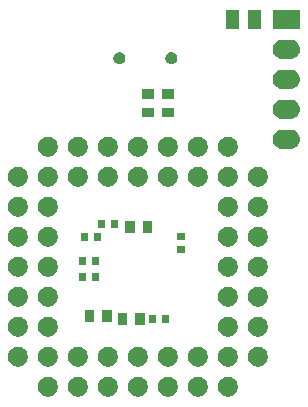
<source format=gbs>
G04 #@! TF.GenerationSoftware,KiCad,Pcbnew,(6.0.0-rc1-dev-1386-g1c99784e9)*
G04 #@! TF.CreationDate,2018-12-20T11:02:25-05:00
G04 #@! TF.ProjectId,TLAUX_Adapter_PSOC5,544c4155-585f-4416-9461-707465725f50,rev?*
G04 #@! TF.SameCoordinates,Original*
G04 #@! TF.FileFunction,Soldermask,Bot*
G04 #@! TF.FilePolarity,Negative*
%FSLAX46Y46*%
G04 Gerber Fmt 4.6, Leading zero omitted, Abs format (unit mm)*
G04 Created by KiCad (PCBNEW (6.0.0-rc1-dev-1386-g1c99784e9)) date 12/20/2018 11:02:25 AM*
%MOMM*%
%LPD*%
G04 APERTURE LIST*
%ADD10C,0.100000*%
G04 APERTURE END LIST*
D10*
G36*
X152590560Y-110943079D02*
G01*
X152644552Y-110953819D01*
X152797131Y-111017019D01*
X152934449Y-111108772D01*
X153051228Y-111225551D01*
X153142981Y-111362869D01*
X153206181Y-111515448D01*
X153238400Y-111677425D01*
X153238400Y-111842575D01*
X153206181Y-112004552D01*
X153142981Y-112157131D01*
X153051228Y-112294449D01*
X152934449Y-112411228D01*
X152797131Y-112502981D01*
X152644552Y-112566181D01*
X152590560Y-112576921D01*
X152482577Y-112598400D01*
X152317423Y-112598400D01*
X152209440Y-112576921D01*
X152155448Y-112566181D01*
X152002869Y-112502981D01*
X151865551Y-112411228D01*
X151748772Y-112294449D01*
X151657019Y-112157131D01*
X151593819Y-112004552D01*
X151561600Y-111842575D01*
X151561600Y-111677425D01*
X151593819Y-111515448D01*
X151657019Y-111362869D01*
X151748772Y-111225551D01*
X151865551Y-111108772D01*
X152002869Y-111017019D01*
X152155448Y-110953819D01*
X152209440Y-110943079D01*
X152317423Y-110921600D01*
X152482577Y-110921600D01*
X152590560Y-110943079D01*
X152590560Y-110943079D01*
G37*
G36*
X157670560Y-110943079D02*
G01*
X157724552Y-110953819D01*
X157877131Y-111017019D01*
X158014449Y-111108772D01*
X158131228Y-111225551D01*
X158222981Y-111362869D01*
X158286181Y-111515448D01*
X158318400Y-111677425D01*
X158318400Y-111842575D01*
X158286181Y-112004552D01*
X158222981Y-112157131D01*
X158131228Y-112294449D01*
X158014449Y-112411228D01*
X157877131Y-112502981D01*
X157724552Y-112566181D01*
X157670560Y-112576921D01*
X157562577Y-112598400D01*
X157397423Y-112598400D01*
X157289440Y-112576921D01*
X157235448Y-112566181D01*
X157082869Y-112502981D01*
X156945551Y-112411228D01*
X156828772Y-112294449D01*
X156737019Y-112157131D01*
X156673819Y-112004552D01*
X156641600Y-111842575D01*
X156641600Y-111677425D01*
X156673819Y-111515448D01*
X156737019Y-111362869D01*
X156828772Y-111225551D01*
X156945551Y-111108772D01*
X157082869Y-111017019D01*
X157235448Y-110953819D01*
X157289440Y-110943079D01*
X157397423Y-110921600D01*
X157562577Y-110921600D01*
X157670560Y-110943079D01*
X157670560Y-110943079D01*
G37*
G36*
X150050560Y-110943079D02*
G01*
X150104552Y-110953819D01*
X150257131Y-111017019D01*
X150394449Y-111108772D01*
X150511228Y-111225551D01*
X150602981Y-111362869D01*
X150666181Y-111515448D01*
X150698400Y-111677425D01*
X150698400Y-111842575D01*
X150666181Y-112004552D01*
X150602981Y-112157131D01*
X150511228Y-112294449D01*
X150394449Y-112411228D01*
X150257131Y-112502981D01*
X150104552Y-112566181D01*
X150050560Y-112576921D01*
X149942577Y-112598400D01*
X149777423Y-112598400D01*
X149669440Y-112576921D01*
X149615448Y-112566181D01*
X149462869Y-112502981D01*
X149325551Y-112411228D01*
X149208772Y-112294449D01*
X149117019Y-112157131D01*
X149053819Y-112004552D01*
X149021600Y-111842575D01*
X149021600Y-111677425D01*
X149053819Y-111515448D01*
X149117019Y-111362869D01*
X149208772Y-111225551D01*
X149325551Y-111108772D01*
X149462869Y-111017019D01*
X149615448Y-110953819D01*
X149669440Y-110943079D01*
X149777423Y-110921600D01*
X149942577Y-110921600D01*
X150050560Y-110943079D01*
X150050560Y-110943079D01*
G37*
G36*
X147510560Y-110943079D02*
G01*
X147564552Y-110953819D01*
X147717131Y-111017019D01*
X147854449Y-111108772D01*
X147971228Y-111225551D01*
X148062981Y-111362869D01*
X148126181Y-111515448D01*
X148158400Y-111677425D01*
X148158400Y-111842575D01*
X148126181Y-112004552D01*
X148062981Y-112157131D01*
X147971228Y-112294449D01*
X147854449Y-112411228D01*
X147717131Y-112502981D01*
X147564552Y-112566181D01*
X147510560Y-112576921D01*
X147402577Y-112598400D01*
X147237423Y-112598400D01*
X147129440Y-112576921D01*
X147075448Y-112566181D01*
X146922869Y-112502981D01*
X146785551Y-112411228D01*
X146668772Y-112294449D01*
X146577019Y-112157131D01*
X146513819Y-112004552D01*
X146481600Y-111842575D01*
X146481600Y-111677425D01*
X146513819Y-111515448D01*
X146577019Y-111362869D01*
X146668772Y-111225551D01*
X146785551Y-111108772D01*
X146922869Y-111017019D01*
X147075448Y-110953819D01*
X147129440Y-110943079D01*
X147237423Y-110921600D01*
X147402577Y-110921600D01*
X147510560Y-110943079D01*
X147510560Y-110943079D01*
G37*
G36*
X160210560Y-110943079D02*
G01*
X160264552Y-110953819D01*
X160417131Y-111017019D01*
X160554449Y-111108772D01*
X160671228Y-111225551D01*
X160762981Y-111362869D01*
X160826181Y-111515448D01*
X160858400Y-111677425D01*
X160858400Y-111842575D01*
X160826181Y-112004552D01*
X160762981Y-112157131D01*
X160671228Y-112294449D01*
X160554449Y-112411228D01*
X160417131Y-112502981D01*
X160264552Y-112566181D01*
X160210560Y-112576921D01*
X160102577Y-112598400D01*
X159937423Y-112598400D01*
X159829440Y-112576921D01*
X159775448Y-112566181D01*
X159622869Y-112502981D01*
X159485551Y-112411228D01*
X159368772Y-112294449D01*
X159277019Y-112157131D01*
X159213819Y-112004552D01*
X159181600Y-111842575D01*
X159181600Y-111677425D01*
X159213819Y-111515448D01*
X159277019Y-111362869D01*
X159368772Y-111225551D01*
X159485551Y-111108772D01*
X159622869Y-111017019D01*
X159775448Y-110953819D01*
X159829440Y-110943079D01*
X159937423Y-110921600D01*
X160102577Y-110921600D01*
X160210560Y-110943079D01*
X160210560Y-110943079D01*
G37*
G36*
X144970560Y-110943079D02*
G01*
X145024552Y-110953819D01*
X145177131Y-111017019D01*
X145314449Y-111108772D01*
X145431228Y-111225551D01*
X145522981Y-111362869D01*
X145586181Y-111515448D01*
X145618400Y-111677425D01*
X145618400Y-111842575D01*
X145586181Y-112004552D01*
X145522981Y-112157131D01*
X145431228Y-112294449D01*
X145314449Y-112411228D01*
X145177131Y-112502981D01*
X145024552Y-112566181D01*
X144970560Y-112576921D01*
X144862577Y-112598400D01*
X144697423Y-112598400D01*
X144589440Y-112576921D01*
X144535448Y-112566181D01*
X144382869Y-112502981D01*
X144245551Y-112411228D01*
X144128772Y-112294449D01*
X144037019Y-112157131D01*
X143973819Y-112004552D01*
X143941600Y-111842575D01*
X143941600Y-111677425D01*
X143973819Y-111515448D01*
X144037019Y-111362869D01*
X144128772Y-111225551D01*
X144245551Y-111108772D01*
X144382869Y-111017019D01*
X144535448Y-110953819D01*
X144589440Y-110943079D01*
X144697423Y-110921600D01*
X144862577Y-110921600D01*
X144970560Y-110943079D01*
X144970560Y-110943079D01*
G37*
G36*
X155130560Y-110943079D02*
G01*
X155184552Y-110953819D01*
X155337131Y-111017019D01*
X155474449Y-111108772D01*
X155591228Y-111225551D01*
X155682981Y-111362869D01*
X155746181Y-111515448D01*
X155778400Y-111677425D01*
X155778400Y-111842575D01*
X155746181Y-112004552D01*
X155682981Y-112157131D01*
X155591228Y-112294449D01*
X155474449Y-112411228D01*
X155337131Y-112502981D01*
X155184552Y-112566181D01*
X155130560Y-112576921D01*
X155022577Y-112598400D01*
X154857423Y-112598400D01*
X154749440Y-112576921D01*
X154695448Y-112566181D01*
X154542869Y-112502981D01*
X154405551Y-112411228D01*
X154288772Y-112294449D01*
X154197019Y-112157131D01*
X154133819Y-112004552D01*
X154101600Y-111842575D01*
X154101600Y-111677425D01*
X154133819Y-111515448D01*
X154197019Y-111362869D01*
X154288772Y-111225551D01*
X154405551Y-111108772D01*
X154542869Y-111017019D01*
X154695448Y-110953819D01*
X154749440Y-110943079D01*
X154857423Y-110921600D01*
X155022577Y-110921600D01*
X155130560Y-110943079D01*
X155130560Y-110943079D01*
G37*
G36*
X160210560Y-108403079D02*
G01*
X160264552Y-108413819D01*
X160417131Y-108477019D01*
X160554449Y-108568772D01*
X160671228Y-108685551D01*
X160762981Y-108822869D01*
X160826181Y-108975448D01*
X160858400Y-109137425D01*
X160858400Y-109302575D01*
X160826181Y-109464552D01*
X160762981Y-109617131D01*
X160671228Y-109754449D01*
X160554449Y-109871228D01*
X160417131Y-109962981D01*
X160264552Y-110026181D01*
X160210560Y-110036921D01*
X160102577Y-110058400D01*
X159937423Y-110058400D01*
X159829440Y-110036921D01*
X159775448Y-110026181D01*
X159622869Y-109962981D01*
X159485551Y-109871228D01*
X159368772Y-109754449D01*
X159277019Y-109617131D01*
X159213819Y-109464552D01*
X159181600Y-109302575D01*
X159181600Y-109137425D01*
X159213819Y-108975448D01*
X159277019Y-108822869D01*
X159368772Y-108685551D01*
X159485551Y-108568772D01*
X159622869Y-108477019D01*
X159775448Y-108413819D01*
X159829440Y-108403079D01*
X159937423Y-108381600D01*
X160102577Y-108381600D01*
X160210560Y-108403079D01*
X160210560Y-108403079D01*
G37*
G36*
X142430560Y-108403079D02*
G01*
X142484552Y-108413819D01*
X142637131Y-108477019D01*
X142774449Y-108568772D01*
X142891228Y-108685551D01*
X142982981Y-108822869D01*
X143046181Y-108975448D01*
X143078400Y-109137425D01*
X143078400Y-109302575D01*
X143046181Y-109464552D01*
X142982981Y-109617131D01*
X142891228Y-109754449D01*
X142774449Y-109871228D01*
X142637131Y-109962981D01*
X142484552Y-110026181D01*
X142430560Y-110036921D01*
X142322577Y-110058400D01*
X142157423Y-110058400D01*
X142049440Y-110036921D01*
X141995448Y-110026181D01*
X141842869Y-109962981D01*
X141705551Y-109871228D01*
X141588772Y-109754449D01*
X141497019Y-109617131D01*
X141433819Y-109464552D01*
X141401600Y-109302575D01*
X141401600Y-109137425D01*
X141433819Y-108975448D01*
X141497019Y-108822869D01*
X141588772Y-108685551D01*
X141705551Y-108568772D01*
X141842869Y-108477019D01*
X141995448Y-108413819D01*
X142049440Y-108403079D01*
X142157423Y-108381600D01*
X142322577Y-108381600D01*
X142430560Y-108403079D01*
X142430560Y-108403079D01*
G37*
G36*
X144970560Y-108403079D02*
G01*
X145024552Y-108413819D01*
X145177131Y-108477019D01*
X145314449Y-108568772D01*
X145431228Y-108685551D01*
X145522981Y-108822869D01*
X145586181Y-108975448D01*
X145618400Y-109137425D01*
X145618400Y-109302575D01*
X145586181Y-109464552D01*
X145522981Y-109617131D01*
X145431228Y-109754449D01*
X145314449Y-109871228D01*
X145177131Y-109962981D01*
X145024552Y-110026181D01*
X144970560Y-110036921D01*
X144862577Y-110058400D01*
X144697423Y-110058400D01*
X144589440Y-110036921D01*
X144535448Y-110026181D01*
X144382869Y-109962981D01*
X144245551Y-109871228D01*
X144128772Y-109754449D01*
X144037019Y-109617131D01*
X143973819Y-109464552D01*
X143941600Y-109302575D01*
X143941600Y-109137425D01*
X143973819Y-108975448D01*
X144037019Y-108822869D01*
X144128772Y-108685551D01*
X144245551Y-108568772D01*
X144382869Y-108477019D01*
X144535448Y-108413819D01*
X144589440Y-108403079D01*
X144697423Y-108381600D01*
X144862577Y-108381600D01*
X144970560Y-108403079D01*
X144970560Y-108403079D01*
G37*
G36*
X147510560Y-108403079D02*
G01*
X147564552Y-108413819D01*
X147717131Y-108477019D01*
X147854449Y-108568772D01*
X147971228Y-108685551D01*
X148062981Y-108822869D01*
X148126181Y-108975448D01*
X148158400Y-109137425D01*
X148158400Y-109302575D01*
X148126181Y-109464552D01*
X148062981Y-109617131D01*
X147971228Y-109754449D01*
X147854449Y-109871228D01*
X147717131Y-109962981D01*
X147564552Y-110026181D01*
X147510560Y-110036921D01*
X147402577Y-110058400D01*
X147237423Y-110058400D01*
X147129440Y-110036921D01*
X147075448Y-110026181D01*
X146922869Y-109962981D01*
X146785551Y-109871228D01*
X146668772Y-109754449D01*
X146577019Y-109617131D01*
X146513819Y-109464552D01*
X146481600Y-109302575D01*
X146481600Y-109137425D01*
X146513819Y-108975448D01*
X146577019Y-108822869D01*
X146668772Y-108685551D01*
X146785551Y-108568772D01*
X146922869Y-108477019D01*
X147075448Y-108413819D01*
X147129440Y-108403079D01*
X147237423Y-108381600D01*
X147402577Y-108381600D01*
X147510560Y-108403079D01*
X147510560Y-108403079D01*
G37*
G36*
X150050560Y-108403079D02*
G01*
X150104552Y-108413819D01*
X150257131Y-108477019D01*
X150394449Y-108568772D01*
X150511228Y-108685551D01*
X150602981Y-108822869D01*
X150666181Y-108975448D01*
X150698400Y-109137425D01*
X150698400Y-109302575D01*
X150666181Y-109464552D01*
X150602981Y-109617131D01*
X150511228Y-109754449D01*
X150394449Y-109871228D01*
X150257131Y-109962981D01*
X150104552Y-110026181D01*
X150050560Y-110036921D01*
X149942577Y-110058400D01*
X149777423Y-110058400D01*
X149669440Y-110036921D01*
X149615448Y-110026181D01*
X149462869Y-109962981D01*
X149325551Y-109871228D01*
X149208772Y-109754449D01*
X149117019Y-109617131D01*
X149053819Y-109464552D01*
X149021600Y-109302575D01*
X149021600Y-109137425D01*
X149053819Y-108975448D01*
X149117019Y-108822869D01*
X149208772Y-108685551D01*
X149325551Y-108568772D01*
X149462869Y-108477019D01*
X149615448Y-108413819D01*
X149669440Y-108403079D01*
X149777423Y-108381600D01*
X149942577Y-108381600D01*
X150050560Y-108403079D01*
X150050560Y-108403079D01*
G37*
G36*
X162750560Y-108403079D02*
G01*
X162804552Y-108413819D01*
X162957131Y-108477019D01*
X163094449Y-108568772D01*
X163211228Y-108685551D01*
X163302981Y-108822869D01*
X163366181Y-108975448D01*
X163398400Y-109137425D01*
X163398400Y-109302575D01*
X163366181Y-109464552D01*
X163302981Y-109617131D01*
X163211228Y-109754449D01*
X163094449Y-109871228D01*
X162957131Y-109962981D01*
X162804552Y-110026181D01*
X162750560Y-110036921D01*
X162642577Y-110058400D01*
X162477423Y-110058400D01*
X162369440Y-110036921D01*
X162315448Y-110026181D01*
X162162869Y-109962981D01*
X162025551Y-109871228D01*
X161908772Y-109754449D01*
X161817019Y-109617131D01*
X161753819Y-109464552D01*
X161721600Y-109302575D01*
X161721600Y-109137425D01*
X161753819Y-108975448D01*
X161817019Y-108822869D01*
X161908772Y-108685551D01*
X162025551Y-108568772D01*
X162162869Y-108477019D01*
X162315448Y-108413819D01*
X162369440Y-108403079D01*
X162477423Y-108381600D01*
X162642577Y-108381600D01*
X162750560Y-108403079D01*
X162750560Y-108403079D01*
G37*
G36*
X157670560Y-108403079D02*
G01*
X157724552Y-108413819D01*
X157877131Y-108477019D01*
X158014449Y-108568772D01*
X158131228Y-108685551D01*
X158222981Y-108822869D01*
X158286181Y-108975448D01*
X158318400Y-109137425D01*
X158318400Y-109302575D01*
X158286181Y-109464552D01*
X158222981Y-109617131D01*
X158131228Y-109754449D01*
X158014449Y-109871228D01*
X157877131Y-109962981D01*
X157724552Y-110026181D01*
X157670560Y-110036921D01*
X157562577Y-110058400D01*
X157397423Y-110058400D01*
X157289440Y-110036921D01*
X157235448Y-110026181D01*
X157082869Y-109962981D01*
X156945551Y-109871228D01*
X156828772Y-109754449D01*
X156737019Y-109617131D01*
X156673819Y-109464552D01*
X156641600Y-109302575D01*
X156641600Y-109137425D01*
X156673819Y-108975448D01*
X156737019Y-108822869D01*
X156828772Y-108685551D01*
X156945551Y-108568772D01*
X157082869Y-108477019D01*
X157235448Y-108413819D01*
X157289440Y-108403079D01*
X157397423Y-108381600D01*
X157562577Y-108381600D01*
X157670560Y-108403079D01*
X157670560Y-108403079D01*
G37*
G36*
X155130560Y-108403079D02*
G01*
X155184552Y-108413819D01*
X155337131Y-108477019D01*
X155474449Y-108568772D01*
X155591228Y-108685551D01*
X155682981Y-108822869D01*
X155746181Y-108975448D01*
X155778400Y-109137425D01*
X155778400Y-109302575D01*
X155746181Y-109464552D01*
X155682981Y-109617131D01*
X155591228Y-109754449D01*
X155474449Y-109871228D01*
X155337131Y-109962981D01*
X155184552Y-110026181D01*
X155130560Y-110036921D01*
X155022577Y-110058400D01*
X154857423Y-110058400D01*
X154749440Y-110036921D01*
X154695448Y-110026181D01*
X154542869Y-109962981D01*
X154405551Y-109871228D01*
X154288772Y-109754449D01*
X154197019Y-109617131D01*
X154133819Y-109464552D01*
X154101600Y-109302575D01*
X154101600Y-109137425D01*
X154133819Y-108975448D01*
X154197019Y-108822869D01*
X154288772Y-108685551D01*
X154405551Y-108568772D01*
X154542869Y-108477019D01*
X154695448Y-108413819D01*
X154749440Y-108403079D01*
X154857423Y-108381600D01*
X155022577Y-108381600D01*
X155130560Y-108403079D01*
X155130560Y-108403079D01*
G37*
G36*
X152590560Y-108403079D02*
G01*
X152644552Y-108413819D01*
X152797131Y-108477019D01*
X152934449Y-108568772D01*
X153051228Y-108685551D01*
X153142981Y-108822869D01*
X153206181Y-108975448D01*
X153238400Y-109137425D01*
X153238400Y-109302575D01*
X153206181Y-109464552D01*
X153142981Y-109617131D01*
X153051228Y-109754449D01*
X152934449Y-109871228D01*
X152797131Y-109962981D01*
X152644552Y-110026181D01*
X152590560Y-110036921D01*
X152482577Y-110058400D01*
X152317423Y-110058400D01*
X152209440Y-110036921D01*
X152155448Y-110026181D01*
X152002869Y-109962981D01*
X151865551Y-109871228D01*
X151748772Y-109754449D01*
X151657019Y-109617131D01*
X151593819Y-109464552D01*
X151561600Y-109302575D01*
X151561600Y-109137425D01*
X151593819Y-108975448D01*
X151657019Y-108822869D01*
X151748772Y-108685551D01*
X151865551Y-108568772D01*
X152002869Y-108477019D01*
X152155448Y-108413819D01*
X152209440Y-108403079D01*
X152317423Y-108381600D01*
X152482577Y-108381600D01*
X152590560Y-108403079D01*
X152590560Y-108403079D01*
G37*
G36*
X144970560Y-105863079D02*
G01*
X145024552Y-105873819D01*
X145177131Y-105937019D01*
X145314449Y-106028772D01*
X145431228Y-106145551D01*
X145522981Y-106282869D01*
X145586181Y-106435448D01*
X145618400Y-106597425D01*
X145618400Y-106762575D01*
X145586181Y-106924552D01*
X145522981Y-107077131D01*
X145431228Y-107214449D01*
X145314449Y-107331228D01*
X145177131Y-107422981D01*
X145024552Y-107486181D01*
X144970560Y-107496921D01*
X144862577Y-107518400D01*
X144697423Y-107518400D01*
X144589440Y-107496921D01*
X144535448Y-107486181D01*
X144382869Y-107422981D01*
X144245551Y-107331228D01*
X144128772Y-107214449D01*
X144037019Y-107077131D01*
X143973819Y-106924552D01*
X143941600Y-106762575D01*
X143941600Y-106597425D01*
X143973819Y-106435448D01*
X144037019Y-106282869D01*
X144128772Y-106145551D01*
X144245551Y-106028772D01*
X144382869Y-105937019D01*
X144535448Y-105873819D01*
X144589440Y-105863079D01*
X144697423Y-105841600D01*
X144862577Y-105841600D01*
X144970560Y-105863079D01*
X144970560Y-105863079D01*
G37*
G36*
X162750560Y-105863079D02*
G01*
X162804552Y-105873819D01*
X162957131Y-105937019D01*
X163094449Y-106028772D01*
X163211228Y-106145551D01*
X163302981Y-106282869D01*
X163366181Y-106435448D01*
X163398400Y-106597425D01*
X163398400Y-106762575D01*
X163366181Y-106924552D01*
X163302981Y-107077131D01*
X163211228Y-107214449D01*
X163094449Y-107331228D01*
X162957131Y-107422981D01*
X162804552Y-107486181D01*
X162750560Y-107496921D01*
X162642577Y-107518400D01*
X162477423Y-107518400D01*
X162369440Y-107496921D01*
X162315448Y-107486181D01*
X162162869Y-107422981D01*
X162025551Y-107331228D01*
X161908772Y-107214449D01*
X161817019Y-107077131D01*
X161753819Y-106924552D01*
X161721600Y-106762575D01*
X161721600Y-106597425D01*
X161753819Y-106435448D01*
X161817019Y-106282869D01*
X161908772Y-106145551D01*
X162025551Y-106028772D01*
X162162869Y-105937019D01*
X162315448Y-105873819D01*
X162369440Y-105863079D01*
X162477423Y-105841600D01*
X162642577Y-105841600D01*
X162750560Y-105863079D01*
X162750560Y-105863079D01*
G37*
G36*
X160210560Y-105863079D02*
G01*
X160264552Y-105873819D01*
X160417131Y-105937019D01*
X160554449Y-106028772D01*
X160671228Y-106145551D01*
X160762981Y-106282869D01*
X160826181Y-106435448D01*
X160858400Y-106597425D01*
X160858400Y-106762575D01*
X160826181Y-106924552D01*
X160762981Y-107077131D01*
X160671228Y-107214449D01*
X160554449Y-107331228D01*
X160417131Y-107422981D01*
X160264552Y-107486181D01*
X160210560Y-107496921D01*
X160102577Y-107518400D01*
X159937423Y-107518400D01*
X159829440Y-107496921D01*
X159775448Y-107486181D01*
X159622869Y-107422981D01*
X159485551Y-107331228D01*
X159368772Y-107214449D01*
X159277019Y-107077131D01*
X159213819Y-106924552D01*
X159181600Y-106762575D01*
X159181600Y-106597425D01*
X159213819Y-106435448D01*
X159277019Y-106282869D01*
X159368772Y-106145551D01*
X159485551Y-106028772D01*
X159622869Y-105937019D01*
X159775448Y-105873819D01*
X159829440Y-105863079D01*
X159937423Y-105841600D01*
X160102577Y-105841600D01*
X160210560Y-105863079D01*
X160210560Y-105863079D01*
G37*
G36*
X142430560Y-105863079D02*
G01*
X142484552Y-105873819D01*
X142637131Y-105937019D01*
X142774449Y-106028772D01*
X142891228Y-106145551D01*
X142982981Y-106282869D01*
X143046181Y-106435448D01*
X143078400Y-106597425D01*
X143078400Y-106762575D01*
X143046181Y-106924552D01*
X142982981Y-107077131D01*
X142891228Y-107214449D01*
X142774449Y-107331228D01*
X142637131Y-107422981D01*
X142484552Y-107486181D01*
X142430560Y-107496921D01*
X142322577Y-107518400D01*
X142157423Y-107518400D01*
X142049440Y-107496921D01*
X141995448Y-107486181D01*
X141842869Y-107422981D01*
X141705551Y-107331228D01*
X141588772Y-107214449D01*
X141497019Y-107077131D01*
X141433819Y-106924552D01*
X141401600Y-106762575D01*
X141401600Y-106597425D01*
X141433819Y-106435448D01*
X141497019Y-106282869D01*
X141588772Y-106145551D01*
X141705551Y-106028772D01*
X141842869Y-105937019D01*
X141995448Y-105873819D01*
X142049440Y-105863079D01*
X142157423Y-105841600D01*
X142322577Y-105841600D01*
X142430560Y-105863079D01*
X142430560Y-105863079D01*
G37*
G36*
X151492200Y-106520600D02*
G01*
X150690200Y-106520600D01*
X150690200Y-105518600D01*
X151492200Y-105518600D01*
X151492200Y-106520600D01*
X151492200Y-106520600D01*
G37*
G36*
X152992200Y-106520600D02*
G01*
X152190200Y-106520600D01*
X152190200Y-105518600D01*
X152992200Y-105518600D01*
X152992200Y-106520600D01*
X152992200Y-106520600D01*
G37*
G36*
X155054400Y-106396000D02*
G01*
X154452400Y-106396000D01*
X154452400Y-105694000D01*
X155054400Y-105694000D01*
X155054400Y-106396000D01*
X155054400Y-106396000D01*
G37*
G36*
X153954400Y-106396000D02*
G01*
X153352400Y-106396000D01*
X153352400Y-105694000D01*
X153954400Y-105694000D01*
X153954400Y-106396000D01*
X153954400Y-106396000D01*
G37*
G36*
X150198200Y-106266600D02*
G01*
X149396200Y-106266600D01*
X149396200Y-105264600D01*
X150198200Y-105264600D01*
X150198200Y-106266600D01*
X150198200Y-106266600D01*
G37*
G36*
X148698200Y-106266600D02*
G01*
X147896200Y-106266600D01*
X147896200Y-105264600D01*
X148698200Y-105264600D01*
X148698200Y-106266600D01*
X148698200Y-106266600D01*
G37*
G36*
X142430560Y-103323079D02*
G01*
X142484552Y-103333819D01*
X142637131Y-103397019D01*
X142774449Y-103488772D01*
X142891228Y-103605551D01*
X142982981Y-103742869D01*
X143046181Y-103895448D01*
X143078400Y-104057425D01*
X143078400Y-104222575D01*
X143046181Y-104384552D01*
X142982981Y-104537131D01*
X142891228Y-104674449D01*
X142774449Y-104791228D01*
X142637131Y-104882981D01*
X142484552Y-104946181D01*
X142430560Y-104956921D01*
X142322577Y-104978400D01*
X142157423Y-104978400D01*
X142049440Y-104956921D01*
X141995448Y-104946181D01*
X141842869Y-104882981D01*
X141705551Y-104791228D01*
X141588772Y-104674449D01*
X141497019Y-104537131D01*
X141433819Y-104384552D01*
X141401600Y-104222575D01*
X141401600Y-104057425D01*
X141433819Y-103895448D01*
X141497019Y-103742869D01*
X141588772Y-103605551D01*
X141705551Y-103488772D01*
X141842869Y-103397019D01*
X141995448Y-103333819D01*
X142049440Y-103323079D01*
X142157423Y-103301600D01*
X142322577Y-103301600D01*
X142430560Y-103323079D01*
X142430560Y-103323079D01*
G37*
G36*
X160210560Y-103323079D02*
G01*
X160264552Y-103333819D01*
X160417131Y-103397019D01*
X160554449Y-103488772D01*
X160671228Y-103605551D01*
X160762981Y-103742869D01*
X160826181Y-103895448D01*
X160858400Y-104057425D01*
X160858400Y-104222575D01*
X160826181Y-104384552D01*
X160762981Y-104537131D01*
X160671228Y-104674449D01*
X160554449Y-104791228D01*
X160417131Y-104882981D01*
X160264552Y-104946181D01*
X160210560Y-104956921D01*
X160102577Y-104978400D01*
X159937423Y-104978400D01*
X159829440Y-104956921D01*
X159775448Y-104946181D01*
X159622869Y-104882981D01*
X159485551Y-104791228D01*
X159368772Y-104674449D01*
X159277019Y-104537131D01*
X159213819Y-104384552D01*
X159181600Y-104222575D01*
X159181600Y-104057425D01*
X159213819Y-103895448D01*
X159277019Y-103742869D01*
X159368772Y-103605551D01*
X159485551Y-103488772D01*
X159622869Y-103397019D01*
X159775448Y-103333819D01*
X159829440Y-103323079D01*
X159937423Y-103301600D01*
X160102577Y-103301600D01*
X160210560Y-103323079D01*
X160210560Y-103323079D01*
G37*
G36*
X162750560Y-103323079D02*
G01*
X162804552Y-103333819D01*
X162957131Y-103397019D01*
X163094449Y-103488772D01*
X163211228Y-103605551D01*
X163302981Y-103742869D01*
X163366181Y-103895448D01*
X163398400Y-104057425D01*
X163398400Y-104222575D01*
X163366181Y-104384552D01*
X163302981Y-104537131D01*
X163211228Y-104674449D01*
X163094449Y-104791228D01*
X162957131Y-104882981D01*
X162804552Y-104946181D01*
X162750560Y-104956921D01*
X162642577Y-104978400D01*
X162477423Y-104978400D01*
X162369440Y-104956921D01*
X162315448Y-104946181D01*
X162162869Y-104882981D01*
X162025551Y-104791228D01*
X161908772Y-104674449D01*
X161817019Y-104537131D01*
X161753819Y-104384552D01*
X161721600Y-104222575D01*
X161721600Y-104057425D01*
X161753819Y-103895448D01*
X161817019Y-103742869D01*
X161908772Y-103605551D01*
X162025551Y-103488772D01*
X162162869Y-103397019D01*
X162315448Y-103333819D01*
X162369440Y-103323079D01*
X162477423Y-103301600D01*
X162642577Y-103301600D01*
X162750560Y-103323079D01*
X162750560Y-103323079D01*
G37*
G36*
X144970560Y-103323079D02*
G01*
X145024552Y-103333819D01*
X145177131Y-103397019D01*
X145314449Y-103488772D01*
X145431228Y-103605551D01*
X145522981Y-103742869D01*
X145586181Y-103895448D01*
X145618400Y-104057425D01*
X145618400Y-104222575D01*
X145586181Y-104384552D01*
X145522981Y-104537131D01*
X145431228Y-104674449D01*
X145314449Y-104791228D01*
X145177131Y-104882981D01*
X145024552Y-104946181D01*
X144970560Y-104956921D01*
X144862577Y-104978400D01*
X144697423Y-104978400D01*
X144589440Y-104956921D01*
X144535448Y-104946181D01*
X144382869Y-104882981D01*
X144245551Y-104791228D01*
X144128772Y-104674449D01*
X144037019Y-104537131D01*
X143973819Y-104384552D01*
X143941600Y-104222575D01*
X143941600Y-104057425D01*
X143973819Y-103895448D01*
X144037019Y-103742869D01*
X144128772Y-103605551D01*
X144245551Y-103488772D01*
X144382869Y-103397019D01*
X144535448Y-103333819D01*
X144589440Y-103323079D01*
X144697423Y-103301600D01*
X144862577Y-103301600D01*
X144970560Y-103323079D01*
X144970560Y-103323079D01*
G37*
G36*
X149145000Y-102840000D02*
G01*
X148543000Y-102840000D01*
X148543000Y-102138000D01*
X149145000Y-102138000D01*
X149145000Y-102840000D01*
X149145000Y-102840000D01*
G37*
G36*
X148045000Y-102840000D02*
G01*
X147443000Y-102840000D01*
X147443000Y-102138000D01*
X148045000Y-102138000D01*
X148045000Y-102840000D01*
X148045000Y-102840000D01*
G37*
G36*
X162750560Y-100783079D02*
G01*
X162804552Y-100793819D01*
X162957131Y-100857019D01*
X163094449Y-100948772D01*
X163211228Y-101065551D01*
X163302981Y-101202869D01*
X163366181Y-101355448D01*
X163398400Y-101517425D01*
X163398400Y-101682575D01*
X163366181Y-101844552D01*
X163302981Y-101997131D01*
X163211228Y-102134449D01*
X163094449Y-102251228D01*
X162957131Y-102342981D01*
X162804552Y-102406181D01*
X162750560Y-102416921D01*
X162642577Y-102438400D01*
X162477423Y-102438400D01*
X162369440Y-102416921D01*
X162315448Y-102406181D01*
X162162869Y-102342981D01*
X162025551Y-102251228D01*
X161908772Y-102134449D01*
X161817019Y-101997131D01*
X161753819Y-101844552D01*
X161721600Y-101682575D01*
X161721600Y-101517425D01*
X161753819Y-101355448D01*
X161817019Y-101202869D01*
X161908772Y-101065551D01*
X162025551Y-100948772D01*
X162162869Y-100857019D01*
X162315448Y-100793819D01*
X162369440Y-100783079D01*
X162477423Y-100761600D01*
X162642577Y-100761600D01*
X162750560Y-100783079D01*
X162750560Y-100783079D01*
G37*
G36*
X144970560Y-100783079D02*
G01*
X145024552Y-100793819D01*
X145177131Y-100857019D01*
X145314449Y-100948772D01*
X145431228Y-101065551D01*
X145522981Y-101202869D01*
X145586181Y-101355448D01*
X145618400Y-101517425D01*
X145618400Y-101682575D01*
X145586181Y-101844552D01*
X145522981Y-101997131D01*
X145431228Y-102134449D01*
X145314449Y-102251228D01*
X145177131Y-102342981D01*
X145024552Y-102406181D01*
X144970560Y-102416921D01*
X144862577Y-102438400D01*
X144697423Y-102438400D01*
X144589440Y-102416921D01*
X144535448Y-102406181D01*
X144382869Y-102342981D01*
X144245551Y-102251228D01*
X144128772Y-102134449D01*
X144037019Y-101997131D01*
X143973819Y-101844552D01*
X143941600Y-101682575D01*
X143941600Y-101517425D01*
X143973819Y-101355448D01*
X144037019Y-101202869D01*
X144128772Y-101065551D01*
X144245551Y-100948772D01*
X144382869Y-100857019D01*
X144535448Y-100793819D01*
X144589440Y-100783079D01*
X144697423Y-100761600D01*
X144862577Y-100761600D01*
X144970560Y-100783079D01*
X144970560Y-100783079D01*
G37*
G36*
X142430560Y-100783079D02*
G01*
X142484552Y-100793819D01*
X142637131Y-100857019D01*
X142774449Y-100948772D01*
X142891228Y-101065551D01*
X142982981Y-101202869D01*
X143046181Y-101355448D01*
X143078400Y-101517425D01*
X143078400Y-101682575D01*
X143046181Y-101844552D01*
X142982981Y-101997131D01*
X142891228Y-102134449D01*
X142774449Y-102251228D01*
X142637131Y-102342981D01*
X142484552Y-102406181D01*
X142430560Y-102416921D01*
X142322577Y-102438400D01*
X142157423Y-102438400D01*
X142049440Y-102416921D01*
X141995448Y-102406181D01*
X141842869Y-102342981D01*
X141705551Y-102251228D01*
X141588772Y-102134449D01*
X141497019Y-101997131D01*
X141433819Y-101844552D01*
X141401600Y-101682575D01*
X141401600Y-101517425D01*
X141433819Y-101355448D01*
X141497019Y-101202869D01*
X141588772Y-101065551D01*
X141705551Y-100948772D01*
X141842869Y-100857019D01*
X141995448Y-100793819D01*
X142049440Y-100783079D01*
X142157423Y-100761600D01*
X142322577Y-100761600D01*
X142430560Y-100783079D01*
X142430560Y-100783079D01*
G37*
G36*
X160210560Y-100783079D02*
G01*
X160264552Y-100793819D01*
X160417131Y-100857019D01*
X160554449Y-100948772D01*
X160671228Y-101065551D01*
X160762981Y-101202869D01*
X160826181Y-101355448D01*
X160858400Y-101517425D01*
X160858400Y-101682575D01*
X160826181Y-101844552D01*
X160762981Y-101997131D01*
X160671228Y-102134449D01*
X160554449Y-102251228D01*
X160417131Y-102342981D01*
X160264552Y-102406181D01*
X160210560Y-102416921D01*
X160102577Y-102438400D01*
X159937423Y-102438400D01*
X159829440Y-102416921D01*
X159775448Y-102406181D01*
X159622869Y-102342981D01*
X159485551Y-102251228D01*
X159368772Y-102134449D01*
X159277019Y-101997131D01*
X159213819Y-101844552D01*
X159181600Y-101682575D01*
X159181600Y-101517425D01*
X159213819Y-101355448D01*
X159277019Y-101202869D01*
X159368772Y-101065551D01*
X159485551Y-100948772D01*
X159622869Y-100857019D01*
X159775448Y-100793819D01*
X159829440Y-100783079D01*
X159937423Y-100761600D01*
X160102577Y-100761600D01*
X160210560Y-100783079D01*
X160210560Y-100783079D01*
G37*
G36*
X149145000Y-101443000D02*
G01*
X148543000Y-101443000D01*
X148543000Y-100741000D01*
X149145000Y-100741000D01*
X149145000Y-101443000D01*
X149145000Y-101443000D01*
G37*
G36*
X148045000Y-101443000D02*
G01*
X147443000Y-101443000D01*
X147443000Y-100741000D01*
X148045000Y-100741000D01*
X148045000Y-101443000D01*
X148045000Y-101443000D01*
G37*
G36*
X156434000Y-100461000D02*
G01*
X155732000Y-100461000D01*
X155732000Y-99859000D01*
X156434000Y-99859000D01*
X156434000Y-100461000D01*
X156434000Y-100461000D01*
G37*
G36*
X162750560Y-98243079D02*
G01*
X162804552Y-98253819D01*
X162957131Y-98317019D01*
X163094449Y-98408772D01*
X163211228Y-98525551D01*
X163302981Y-98662869D01*
X163366181Y-98815448D01*
X163398400Y-98977425D01*
X163398400Y-99142575D01*
X163366181Y-99304552D01*
X163302981Y-99457131D01*
X163211228Y-99594449D01*
X163094449Y-99711228D01*
X162957131Y-99802981D01*
X162804552Y-99866181D01*
X162750560Y-99876921D01*
X162642577Y-99898400D01*
X162477423Y-99898400D01*
X162369440Y-99876921D01*
X162315448Y-99866181D01*
X162162869Y-99802981D01*
X162025551Y-99711228D01*
X161908772Y-99594449D01*
X161817019Y-99457131D01*
X161753819Y-99304552D01*
X161721600Y-99142575D01*
X161721600Y-98977425D01*
X161753819Y-98815448D01*
X161817019Y-98662869D01*
X161908772Y-98525551D01*
X162025551Y-98408772D01*
X162162869Y-98317019D01*
X162315448Y-98253819D01*
X162369440Y-98243079D01*
X162477423Y-98221600D01*
X162642577Y-98221600D01*
X162750560Y-98243079D01*
X162750560Y-98243079D01*
G37*
G36*
X160210560Y-98243079D02*
G01*
X160264552Y-98253819D01*
X160417131Y-98317019D01*
X160554449Y-98408772D01*
X160671228Y-98525551D01*
X160762981Y-98662869D01*
X160826181Y-98815448D01*
X160858400Y-98977425D01*
X160858400Y-99142575D01*
X160826181Y-99304552D01*
X160762981Y-99457131D01*
X160671228Y-99594449D01*
X160554449Y-99711228D01*
X160417131Y-99802981D01*
X160264552Y-99866181D01*
X160210560Y-99876921D01*
X160102577Y-99898400D01*
X159937423Y-99898400D01*
X159829440Y-99876921D01*
X159775448Y-99866181D01*
X159622869Y-99802981D01*
X159485551Y-99711228D01*
X159368772Y-99594449D01*
X159277019Y-99457131D01*
X159213819Y-99304552D01*
X159181600Y-99142575D01*
X159181600Y-98977425D01*
X159213819Y-98815448D01*
X159277019Y-98662869D01*
X159368772Y-98525551D01*
X159485551Y-98408772D01*
X159622869Y-98317019D01*
X159775448Y-98253819D01*
X159829440Y-98243079D01*
X159937423Y-98221600D01*
X160102577Y-98221600D01*
X160210560Y-98243079D01*
X160210560Y-98243079D01*
G37*
G36*
X144970560Y-98243079D02*
G01*
X145024552Y-98253819D01*
X145177131Y-98317019D01*
X145314449Y-98408772D01*
X145431228Y-98525551D01*
X145522981Y-98662869D01*
X145586181Y-98815448D01*
X145618400Y-98977425D01*
X145618400Y-99142575D01*
X145586181Y-99304552D01*
X145522981Y-99457131D01*
X145431228Y-99594449D01*
X145314449Y-99711228D01*
X145177131Y-99802981D01*
X145024552Y-99866181D01*
X144970560Y-99876921D01*
X144862577Y-99898400D01*
X144697423Y-99898400D01*
X144589440Y-99876921D01*
X144535448Y-99866181D01*
X144382869Y-99802981D01*
X144245551Y-99711228D01*
X144128772Y-99594449D01*
X144037019Y-99457131D01*
X143973819Y-99304552D01*
X143941600Y-99142575D01*
X143941600Y-98977425D01*
X143973819Y-98815448D01*
X144037019Y-98662869D01*
X144128772Y-98525551D01*
X144245551Y-98408772D01*
X144382869Y-98317019D01*
X144535448Y-98253819D01*
X144589440Y-98243079D01*
X144697423Y-98221600D01*
X144862577Y-98221600D01*
X144970560Y-98243079D01*
X144970560Y-98243079D01*
G37*
G36*
X142430560Y-98243079D02*
G01*
X142484552Y-98253819D01*
X142637131Y-98317019D01*
X142774449Y-98408772D01*
X142891228Y-98525551D01*
X142982981Y-98662869D01*
X143046181Y-98815448D01*
X143078400Y-98977425D01*
X143078400Y-99142575D01*
X143046181Y-99304552D01*
X142982981Y-99457131D01*
X142891228Y-99594449D01*
X142774449Y-99711228D01*
X142637131Y-99802981D01*
X142484552Y-99866181D01*
X142430560Y-99876921D01*
X142322577Y-99898400D01*
X142157423Y-99898400D01*
X142049440Y-99876921D01*
X141995448Y-99866181D01*
X141842869Y-99802981D01*
X141705551Y-99711228D01*
X141588772Y-99594449D01*
X141497019Y-99457131D01*
X141433819Y-99304552D01*
X141401600Y-99142575D01*
X141401600Y-98977425D01*
X141433819Y-98815448D01*
X141497019Y-98662869D01*
X141588772Y-98525551D01*
X141705551Y-98408772D01*
X141842869Y-98317019D01*
X141995448Y-98253819D01*
X142049440Y-98243079D01*
X142157423Y-98221600D01*
X142322577Y-98221600D01*
X142430560Y-98243079D01*
X142430560Y-98243079D01*
G37*
G36*
X149272000Y-99411000D02*
G01*
X148670000Y-99411000D01*
X148670000Y-98709000D01*
X149272000Y-98709000D01*
X149272000Y-99411000D01*
X149272000Y-99411000D01*
G37*
G36*
X148172000Y-99411000D02*
G01*
X147570000Y-99411000D01*
X147570000Y-98709000D01*
X148172000Y-98709000D01*
X148172000Y-99411000D01*
X148172000Y-99411000D01*
G37*
G36*
X156434000Y-99361000D02*
G01*
X155732000Y-99361000D01*
X155732000Y-98759000D01*
X156434000Y-98759000D01*
X156434000Y-99361000D01*
X156434000Y-99361000D01*
G37*
G36*
X153639200Y-98722800D02*
G01*
X152837200Y-98722800D01*
X152837200Y-97720800D01*
X153639200Y-97720800D01*
X153639200Y-98722800D01*
X153639200Y-98722800D01*
G37*
G36*
X152139200Y-98722800D02*
G01*
X151337200Y-98722800D01*
X151337200Y-97720800D01*
X152139200Y-97720800D01*
X152139200Y-98722800D01*
X152139200Y-98722800D01*
G37*
G36*
X149636400Y-98344200D02*
G01*
X149034400Y-98344200D01*
X149034400Y-97642200D01*
X149636400Y-97642200D01*
X149636400Y-98344200D01*
X149636400Y-98344200D01*
G37*
G36*
X150736400Y-98344200D02*
G01*
X150134400Y-98344200D01*
X150134400Y-97642200D01*
X150736400Y-97642200D01*
X150736400Y-98344200D01*
X150736400Y-98344200D01*
G37*
G36*
X144970560Y-95703079D02*
G01*
X145024552Y-95713819D01*
X145177131Y-95777019D01*
X145314449Y-95868772D01*
X145431228Y-95985551D01*
X145522981Y-96122869D01*
X145586181Y-96275448D01*
X145618400Y-96437425D01*
X145618400Y-96602575D01*
X145586181Y-96764552D01*
X145522981Y-96917131D01*
X145431228Y-97054449D01*
X145314449Y-97171228D01*
X145177131Y-97262981D01*
X145024552Y-97326181D01*
X144970560Y-97336921D01*
X144862577Y-97358400D01*
X144697423Y-97358400D01*
X144589440Y-97336921D01*
X144535448Y-97326181D01*
X144382869Y-97262981D01*
X144245551Y-97171228D01*
X144128772Y-97054449D01*
X144037019Y-96917131D01*
X143973819Y-96764552D01*
X143941600Y-96602575D01*
X143941600Y-96437425D01*
X143973819Y-96275448D01*
X144037019Y-96122869D01*
X144128772Y-95985551D01*
X144245551Y-95868772D01*
X144382869Y-95777019D01*
X144535448Y-95713819D01*
X144589440Y-95703079D01*
X144697423Y-95681600D01*
X144862577Y-95681600D01*
X144970560Y-95703079D01*
X144970560Y-95703079D01*
G37*
G36*
X142430560Y-95703079D02*
G01*
X142484552Y-95713819D01*
X142637131Y-95777019D01*
X142774449Y-95868772D01*
X142891228Y-95985551D01*
X142982981Y-96122869D01*
X143046181Y-96275448D01*
X143078400Y-96437425D01*
X143078400Y-96602575D01*
X143046181Y-96764552D01*
X142982981Y-96917131D01*
X142891228Y-97054449D01*
X142774449Y-97171228D01*
X142637131Y-97262981D01*
X142484552Y-97326181D01*
X142430560Y-97336921D01*
X142322577Y-97358400D01*
X142157423Y-97358400D01*
X142049440Y-97336921D01*
X141995448Y-97326181D01*
X141842869Y-97262981D01*
X141705551Y-97171228D01*
X141588772Y-97054449D01*
X141497019Y-96917131D01*
X141433819Y-96764552D01*
X141401600Y-96602575D01*
X141401600Y-96437425D01*
X141433819Y-96275448D01*
X141497019Y-96122869D01*
X141588772Y-95985551D01*
X141705551Y-95868772D01*
X141842869Y-95777019D01*
X141995448Y-95713819D01*
X142049440Y-95703079D01*
X142157423Y-95681600D01*
X142322577Y-95681600D01*
X142430560Y-95703079D01*
X142430560Y-95703079D01*
G37*
G36*
X160210560Y-95703079D02*
G01*
X160264552Y-95713819D01*
X160417131Y-95777019D01*
X160554449Y-95868772D01*
X160671228Y-95985551D01*
X160762981Y-96122869D01*
X160826181Y-96275448D01*
X160858400Y-96437425D01*
X160858400Y-96602575D01*
X160826181Y-96764552D01*
X160762981Y-96917131D01*
X160671228Y-97054449D01*
X160554449Y-97171228D01*
X160417131Y-97262981D01*
X160264552Y-97326181D01*
X160210560Y-97336921D01*
X160102577Y-97358400D01*
X159937423Y-97358400D01*
X159829440Y-97336921D01*
X159775448Y-97326181D01*
X159622869Y-97262981D01*
X159485551Y-97171228D01*
X159368772Y-97054449D01*
X159277019Y-96917131D01*
X159213819Y-96764552D01*
X159181600Y-96602575D01*
X159181600Y-96437425D01*
X159213819Y-96275448D01*
X159277019Y-96122869D01*
X159368772Y-95985551D01*
X159485551Y-95868772D01*
X159622869Y-95777019D01*
X159775448Y-95713819D01*
X159829440Y-95703079D01*
X159937423Y-95681600D01*
X160102577Y-95681600D01*
X160210560Y-95703079D01*
X160210560Y-95703079D01*
G37*
G36*
X162750560Y-95703079D02*
G01*
X162804552Y-95713819D01*
X162957131Y-95777019D01*
X163094449Y-95868772D01*
X163211228Y-95985551D01*
X163302981Y-96122869D01*
X163366181Y-96275448D01*
X163398400Y-96437425D01*
X163398400Y-96602575D01*
X163366181Y-96764552D01*
X163302981Y-96917131D01*
X163211228Y-97054449D01*
X163094449Y-97171228D01*
X162957131Y-97262981D01*
X162804552Y-97326181D01*
X162750560Y-97336921D01*
X162642577Y-97358400D01*
X162477423Y-97358400D01*
X162369440Y-97336921D01*
X162315448Y-97326181D01*
X162162869Y-97262981D01*
X162025551Y-97171228D01*
X161908772Y-97054449D01*
X161817019Y-96917131D01*
X161753819Y-96764552D01*
X161721600Y-96602575D01*
X161721600Y-96437425D01*
X161753819Y-96275448D01*
X161817019Y-96122869D01*
X161908772Y-95985551D01*
X162025551Y-95868772D01*
X162162869Y-95777019D01*
X162315448Y-95713819D01*
X162369440Y-95703079D01*
X162477423Y-95681600D01*
X162642577Y-95681600D01*
X162750560Y-95703079D01*
X162750560Y-95703079D01*
G37*
G36*
X160210560Y-93163079D02*
G01*
X160264552Y-93173819D01*
X160417131Y-93237019D01*
X160554449Y-93328772D01*
X160671228Y-93445551D01*
X160762981Y-93582869D01*
X160826181Y-93735448D01*
X160858400Y-93897425D01*
X160858400Y-94062575D01*
X160826181Y-94224552D01*
X160762981Y-94377131D01*
X160671228Y-94514449D01*
X160554449Y-94631228D01*
X160417131Y-94722981D01*
X160264552Y-94786181D01*
X160210560Y-94796921D01*
X160102577Y-94818400D01*
X159937423Y-94818400D01*
X159829440Y-94796921D01*
X159775448Y-94786181D01*
X159622869Y-94722981D01*
X159485551Y-94631228D01*
X159368772Y-94514449D01*
X159277019Y-94377131D01*
X159213819Y-94224552D01*
X159181600Y-94062575D01*
X159181600Y-93897425D01*
X159213819Y-93735448D01*
X159277019Y-93582869D01*
X159368772Y-93445551D01*
X159485551Y-93328772D01*
X159622869Y-93237019D01*
X159775448Y-93173819D01*
X159829440Y-93163079D01*
X159937423Y-93141600D01*
X160102577Y-93141600D01*
X160210560Y-93163079D01*
X160210560Y-93163079D01*
G37*
G36*
X157670560Y-93163079D02*
G01*
X157724552Y-93173819D01*
X157877131Y-93237019D01*
X158014449Y-93328772D01*
X158131228Y-93445551D01*
X158222981Y-93582869D01*
X158286181Y-93735448D01*
X158318400Y-93897425D01*
X158318400Y-94062575D01*
X158286181Y-94224552D01*
X158222981Y-94377131D01*
X158131228Y-94514449D01*
X158014449Y-94631228D01*
X157877131Y-94722981D01*
X157724552Y-94786181D01*
X157670560Y-94796921D01*
X157562577Y-94818400D01*
X157397423Y-94818400D01*
X157289440Y-94796921D01*
X157235448Y-94786181D01*
X157082869Y-94722981D01*
X156945551Y-94631228D01*
X156828772Y-94514449D01*
X156737019Y-94377131D01*
X156673819Y-94224552D01*
X156641600Y-94062575D01*
X156641600Y-93897425D01*
X156673819Y-93735448D01*
X156737019Y-93582869D01*
X156828772Y-93445551D01*
X156945551Y-93328772D01*
X157082869Y-93237019D01*
X157235448Y-93173819D01*
X157289440Y-93163079D01*
X157397423Y-93141600D01*
X157562577Y-93141600D01*
X157670560Y-93163079D01*
X157670560Y-93163079D01*
G37*
G36*
X150050560Y-93163079D02*
G01*
X150104552Y-93173819D01*
X150257131Y-93237019D01*
X150394449Y-93328772D01*
X150511228Y-93445551D01*
X150602981Y-93582869D01*
X150666181Y-93735448D01*
X150698400Y-93897425D01*
X150698400Y-94062575D01*
X150666181Y-94224552D01*
X150602981Y-94377131D01*
X150511228Y-94514449D01*
X150394449Y-94631228D01*
X150257131Y-94722981D01*
X150104552Y-94786181D01*
X150050560Y-94796921D01*
X149942577Y-94818400D01*
X149777423Y-94818400D01*
X149669440Y-94796921D01*
X149615448Y-94786181D01*
X149462869Y-94722981D01*
X149325551Y-94631228D01*
X149208772Y-94514449D01*
X149117019Y-94377131D01*
X149053819Y-94224552D01*
X149021600Y-94062575D01*
X149021600Y-93897425D01*
X149053819Y-93735448D01*
X149117019Y-93582869D01*
X149208772Y-93445551D01*
X149325551Y-93328772D01*
X149462869Y-93237019D01*
X149615448Y-93173819D01*
X149669440Y-93163079D01*
X149777423Y-93141600D01*
X149942577Y-93141600D01*
X150050560Y-93163079D01*
X150050560Y-93163079D01*
G37*
G36*
X155130560Y-93163079D02*
G01*
X155184552Y-93173819D01*
X155337131Y-93237019D01*
X155474449Y-93328772D01*
X155591228Y-93445551D01*
X155682981Y-93582869D01*
X155746181Y-93735448D01*
X155778400Y-93897425D01*
X155778400Y-94062575D01*
X155746181Y-94224552D01*
X155682981Y-94377131D01*
X155591228Y-94514449D01*
X155474449Y-94631228D01*
X155337131Y-94722981D01*
X155184552Y-94786181D01*
X155130560Y-94796921D01*
X155022577Y-94818400D01*
X154857423Y-94818400D01*
X154749440Y-94796921D01*
X154695448Y-94786181D01*
X154542869Y-94722981D01*
X154405551Y-94631228D01*
X154288772Y-94514449D01*
X154197019Y-94377131D01*
X154133819Y-94224552D01*
X154101600Y-94062575D01*
X154101600Y-93897425D01*
X154133819Y-93735448D01*
X154197019Y-93582869D01*
X154288772Y-93445551D01*
X154405551Y-93328772D01*
X154542869Y-93237019D01*
X154695448Y-93173819D01*
X154749440Y-93163079D01*
X154857423Y-93141600D01*
X155022577Y-93141600D01*
X155130560Y-93163079D01*
X155130560Y-93163079D01*
G37*
G36*
X152590560Y-93163079D02*
G01*
X152644552Y-93173819D01*
X152797131Y-93237019D01*
X152934449Y-93328772D01*
X153051228Y-93445551D01*
X153142981Y-93582869D01*
X153206181Y-93735448D01*
X153238400Y-93897425D01*
X153238400Y-94062575D01*
X153206181Y-94224552D01*
X153142981Y-94377131D01*
X153051228Y-94514449D01*
X152934449Y-94631228D01*
X152797131Y-94722981D01*
X152644552Y-94786181D01*
X152590560Y-94796921D01*
X152482577Y-94818400D01*
X152317423Y-94818400D01*
X152209440Y-94796921D01*
X152155448Y-94786181D01*
X152002869Y-94722981D01*
X151865551Y-94631228D01*
X151748772Y-94514449D01*
X151657019Y-94377131D01*
X151593819Y-94224552D01*
X151561600Y-94062575D01*
X151561600Y-93897425D01*
X151593819Y-93735448D01*
X151657019Y-93582869D01*
X151748772Y-93445551D01*
X151865551Y-93328772D01*
X152002869Y-93237019D01*
X152155448Y-93173819D01*
X152209440Y-93163079D01*
X152317423Y-93141600D01*
X152482577Y-93141600D01*
X152590560Y-93163079D01*
X152590560Y-93163079D01*
G37*
G36*
X144970560Y-93163079D02*
G01*
X145024552Y-93173819D01*
X145177131Y-93237019D01*
X145314449Y-93328772D01*
X145431228Y-93445551D01*
X145522981Y-93582869D01*
X145586181Y-93735448D01*
X145618400Y-93897425D01*
X145618400Y-94062575D01*
X145586181Y-94224552D01*
X145522981Y-94377131D01*
X145431228Y-94514449D01*
X145314449Y-94631228D01*
X145177131Y-94722981D01*
X145024552Y-94786181D01*
X144970560Y-94796921D01*
X144862577Y-94818400D01*
X144697423Y-94818400D01*
X144589440Y-94796921D01*
X144535448Y-94786181D01*
X144382869Y-94722981D01*
X144245551Y-94631228D01*
X144128772Y-94514449D01*
X144037019Y-94377131D01*
X143973819Y-94224552D01*
X143941600Y-94062575D01*
X143941600Y-93897425D01*
X143973819Y-93735448D01*
X144037019Y-93582869D01*
X144128772Y-93445551D01*
X144245551Y-93328772D01*
X144382869Y-93237019D01*
X144535448Y-93173819D01*
X144589440Y-93163079D01*
X144697423Y-93141600D01*
X144862577Y-93141600D01*
X144970560Y-93163079D01*
X144970560Y-93163079D01*
G37*
G36*
X142430560Y-93163079D02*
G01*
X142484552Y-93173819D01*
X142637131Y-93237019D01*
X142774449Y-93328772D01*
X142891228Y-93445551D01*
X142982981Y-93582869D01*
X143046181Y-93735448D01*
X143078400Y-93897425D01*
X143078400Y-94062575D01*
X143046181Y-94224552D01*
X142982981Y-94377131D01*
X142891228Y-94514449D01*
X142774449Y-94631228D01*
X142637131Y-94722981D01*
X142484552Y-94786181D01*
X142430560Y-94796921D01*
X142322577Y-94818400D01*
X142157423Y-94818400D01*
X142049440Y-94796921D01*
X141995448Y-94786181D01*
X141842869Y-94722981D01*
X141705551Y-94631228D01*
X141588772Y-94514449D01*
X141497019Y-94377131D01*
X141433819Y-94224552D01*
X141401600Y-94062575D01*
X141401600Y-93897425D01*
X141433819Y-93735448D01*
X141497019Y-93582869D01*
X141588772Y-93445551D01*
X141705551Y-93328772D01*
X141842869Y-93237019D01*
X141995448Y-93173819D01*
X142049440Y-93163079D01*
X142157423Y-93141600D01*
X142322577Y-93141600D01*
X142430560Y-93163079D01*
X142430560Y-93163079D01*
G37*
G36*
X162750560Y-93163079D02*
G01*
X162804552Y-93173819D01*
X162957131Y-93237019D01*
X163094449Y-93328772D01*
X163211228Y-93445551D01*
X163302981Y-93582869D01*
X163366181Y-93735448D01*
X163398400Y-93897425D01*
X163398400Y-94062575D01*
X163366181Y-94224552D01*
X163302981Y-94377131D01*
X163211228Y-94514449D01*
X163094449Y-94631228D01*
X162957131Y-94722981D01*
X162804552Y-94786181D01*
X162750560Y-94796921D01*
X162642577Y-94818400D01*
X162477423Y-94818400D01*
X162369440Y-94796921D01*
X162315448Y-94786181D01*
X162162869Y-94722981D01*
X162025551Y-94631228D01*
X161908772Y-94514449D01*
X161817019Y-94377131D01*
X161753819Y-94224552D01*
X161721600Y-94062575D01*
X161721600Y-93897425D01*
X161753819Y-93735448D01*
X161817019Y-93582869D01*
X161908772Y-93445551D01*
X162025551Y-93328772D01*
X162162869Y-93237019D01*
X162315448Y-93173819D01*
X162369440Y-93163079D01*
X162477423Y-93141600D01*
X162642577Y-93141600D01*
X162750560Y-93163079D01*
X162750560Y-93163079D01*
G37*
G36*
X147510560Y-93163079D02*
G01*
X147564552Y-93173819D01*
X147717131Y-93237019D01*
X147854449Y-93328772D01*
X147971228Y-93445551D01*
X148062981Y-93582869D01*
X148126181Y-93735448D01*
X148158400Y-93897425D01*
X148158400Y-94062575D01*
X148126181Y-94224552D01*
X148062981Y-94377131D01*
X147971228Y-94514449D01*
X147854449Y-94631228D01*
X147717131Y-94722981D01*
X147564552Y-94786181D01*
X147510560Y-94796921D01*
X147402577Y-94818400D01*
X147237423Y-94818400D01*
X147129440Y-94796921D01*
X147075448Y-94786181D01*
X146922869Y-94722981D01*
X146785551Y-94631228D01*
X146668772Y-94514449D01*
X146577019Y-94377131D01*
X146513819Y-94224552D01*
X146481600Y-94062575D01*
X146481600Y-93897425D01*
X146513819Y-93735448D01*
X146577019Y-93582869D01*
X146668772Y-93445551D01*
X146785551Y-93328772D01*
X146922869Y-93237019D01*
X147075448Y-93173819D01*
X147129440Y-93163079D01*
X147237423Y-93141600D01*
X147402577Y-93141600D01*
X147510560Y-93163079D01*
X147510560Y-93163079D01*
G37*
G36*
X144970560Y-90623079D02*
G01*
X145024552Y-90633819D01*
X145177131Y-90697019D01*
X145314449Y-90788772D01*
X145431228Y-90905551D01*
X145522981Y-91042869D01*
X145586181Y-91195448D01*
X145618400Y-91357425D01*
X145618400Y-91522575D01*
X145586181Y-91684552D01*
X145522981Y-91837131D01*
X145431228Y-91974449D01*
X145314449Y-92091228D01*
X145177131Y-92182981D01*
X145024552Y-92246181D01*
X144970560Y-92256921D01*
X144862577Y-92278400D01*
X144697423Y-92278400D01*
X144589440Y-92256921D01*
X144535448Y-92246181D01*
X144382869Y-92182981D01*
X144245551Y-92091228D01*
X144128772Y-91974449D01*
X144037019Y-91837131D01*
X143973819Y-91684552D01*
X143941600Y-91522575D01*
X143941600Y-91357425D01*
X143973819Y-91195448D01*
X144037019Y-91042869D01*
X144128772Y-90905551D01*
X144245551Y-90788772D01*
X144382869Y-90697019D01*
X144535448Y-90633819D01*
X144589440Y-90623079D01*
X144697423Y-90601600D01*
X144862577Y-90601600D01*
X144970560Y-90623079D01*
X144970560Y-90623079D01*
G37*
G36*
X147510560Y-90623079D02*
G01*
X147564552Y-90633819D01*
X147717131Y-90697019D01*
X147854449Y-90788772D01*
X147971228Y-90905551D01*
X148062981Y-91042869D01*
X148126181Y-91195448D01*
X148158400Y-91357425D01*
X148158400Y-91522575D01*
X148126181Y-91684552D01*
X148062981Y-91837131D01*
X147971228Y-91974449D01*
X147854449Y-92091228D01*
X147717131Y-92182981D01*
X147564552Y-92246181D01*
X147510560Y-92256921D01*
X147402577Y-92278400D01*
X147237423Y-92278400D01*
X147129440Y-92256921D01*
X147075448Y-92246181D01*
X146922869Y-92182981D01*
X146785551Y-92091228D01*
X146668772Y-91974449D01*
X146577019Y-91837131D01*
X146513819Y-91684552D01*
X146481600Y-91522575D01*
X146481600Y-91357425D01*
X146513819Y-91195448D01*
X146577019Y-91042869D01*
X146668772Y-90905551D01*
X146785551Y-90788772D01*
X146922869Y-90697019D01*
X147075448Y-90633819D01*
X147129440Y-90623079D01*
X147237423Y-90601600D01*
X147402577Y-90601600D01*
X147510560Y-90623079D01*
X147510560Y-90623079D01*
G37*
G36*
X150050560Y-90623079D02*
G01*
X150104552Y-90633819D01*
X150257131Y-90697019D01*
X150394449Y-90788772D01*
X150511228Y-90905551D01*
X150602981Y-91042869D01*
X150666181Y-91195448D01*
X150698400Y-91357425D01*
X150698400Y-91522575D01*
X150666181Y-91684552D01*
X150602981Y-91837131D01*
X150511228Y-91974449D01*
X150394449Y-92091228D01*
X150257131Y-92182981D01*
X150104552Y-92246181D01*
X150050560Y-92256921D01*
X149942577Y-92278400D01*
X149777423Y-92278400D01*
X149669440Y-92256921D01*
X149615448Y-92246181D01*
X149462869Y-92182981D01*
X149325551Y-92091228D01*
X149208772Y-91974449D01*
X149117019Y-91837131D01*
X149053819Y-91684552D01*
X149021600Y-91522575D01*
X149021600Y-91357425D01*
X149053819Y-91195448D01*
X149117019Y-91042869D01*
X149208772Y-90905551D01*
X149325551Y-90788772D01*
X149462869Y-90697019D01*
X149615448Y-90633819D01*
X149669440Y-90623079D01*
X149777423Y-90601600D01*
X149942577Y-90601600D01*
X150050560Y-90623079D01*
X150050560Y-90623079D01*
G37*
G36*
X152590560Y-90623079D02*
G01*
X152644552Y-90633819D01*
X152797131Y-90697019D01*
X152934449Y-90788772D01*
X153051228Y-90905551D01*
X153142981Y-91042869D01*
X153206181Y-91195448D01*
X153238400Y-91357425D01*
X153238400Y-91522575D01*
X153206181Y-91684552D01*
X153142981Y-91837131D01*
X153051228Y-91974449D01*
X152934449Y-92091228D01*
X152797131Y-92182981D01*
X152644552Y-92246181D01*
X152590560Y-92256921D01*
X152482577Y-92278400D01*
X152317423Y-92278400D01*
X152209440Y-92256921D01*
X152155448Y-92246181D01*
X152002869Y-92182981D01*
X151865551Y-92091228D01*
X151748772Y-91974449D01*
X151657019Y-91837131D01*
X151593819Y-91684552D01*
X151561600Y-91522575D01*
X151561600Y-91357425D01*
X151593819Y-91195448D01*
X151657019Y-91042869D01*
X151748772Y-90905551D01*
X151865551Y-90788772D01*
X152002869Y-90697019D01*
X152155448Y-90633819D01*
X152209440Y-90623079D01*
X152317423Y-90601600D01*
X152482577Y-90601600D01*
X152590560Y-90623079D01*
X152590560Y-90623079D01*
G37*
G36*
X155130560Y-90623079D02*
G01*
X155184552Y-90633819D01*
X155337131Y-90697019D01*
X155474449Y-90788772D01*
X155591228Y-90905551D01*
X155682981Y-91042869D01*
X155746181Y-91195448D01*
X155778400Y-91357425D01*
X155778400Y-91522575D01*
X155746181Y-91684552D01*
X155682981Y-91837131D01*
X155591228Y-91974449D01*
X155474449Y-92091228D01*
X155337131Y-92182981D01*
X155184552Y-92246181D01*
X155130560Y-92256921D01*
X155022577Y-92278400D01*
X154857423Y-92278400D01*
X154749440Y-92256921D01*
X154695448Y-92246181D01*
X154542869Y-92182981D01*
X154405551Y-92091228D01*
X154288772Y-91974449D01*
X154197019Y-91837131D01*
X154133819Y-91684552D01*
X154101600Y-91522575D01*
X154101600Y-91357425D01*
X154133819Y-91195448D01*
X154197019Y-91042869D01*
X154288772Y-90905551D01*
X154405551Y-90788772D01*
X154542869Y-90697019D01*
X154695448Y-90633819D01*
X154749440Y-90623079D01*
X154857423Y-90601600D01*
X155022577Y-90601600D01*
X155130560Y-90623079D01*
X155130560Y-90623079D01*
G37*
G36*
X157670560Y-90623079D02*
G01*
X157724552Y-90633819D01*
X157877131Y-90697019D01*
X158014449Y-90788772D01*
X158131228Y-90905551D01*
X158222981Y-91042869D01*
X158286181Y-91195448D01*
X158318400Y-91357425D01*
X158318400Y-91522575D01*
X158286181Y-91684552D01*
X158222981Y-91837131D01*
X158131228Y-91974449D01*
X158014449Y-92091228D01*
X157877131Y-92182981D01*
X157724552Y-92246181D01*
X157670560Y-92256921D01*
X157562577Y-92278400D01*
X157397423Y-92278400D01*
X157289440Y-92256921D01*
X157235448Y-92246181D01*
X157082869Y-92182981D01*
X156945551Y-92091228D01*
X156828772Y-91974449D01*
X156737019Y-91837131D01*
X156673819Y-91684552D01*
X156641600Y-91522575D01*
X156641600Y-91357425D01*
X156673819Y-91195448D01*
X156737019Y-91042869D01*
X156828772Y-90905551D01*
X156945551Y-90788772D01*
X157082869Y-90697019D01*
X157235448Y-90633819D01*
X157289440Y-90623079D01*
X157397423Y-90601600D01*
X157562577Y-90601600D01*
X157670560Y-90623079D01*
X157670560Y-90623079D01*
G37*
G36*
X160210560Y-90623079D02*
G01*
X160264552Y-90633819D01*
X160417131Y-90697019D01*
X160554449Y-90788772D01*
X160671228Y-90905551D01*
X160762981Y-91042869D01*
X160826181Y-91195448D01*
X160858400Y-91357425D01*
X160858400Y-91522575D01*
X160826181Y-91684552D01*
X160762981Y-91837131D01*
X160671228Y-91974449D01*
X160554449Y-92091228D01*
X160417131Y-92182981D01*
X160264552Y-92246181D01*
X160210560Y-92256921D01*
X160102577Y-92278400D01*
X159937423Y-92278400D01*
X159829440Y-92256921D01*
X159775448Y-92246181D01*
X159622869Y-92182981D01*
X159485551Y-92091228D01*
X159368772Y-91974449D01*
X159277019Y-91837131D01*
X159213819Y-91684552D01*
X159181600Y-91522575D01*
X159181600Y-91357425D01*
X159213819Y-91195448D01*
X159277019Y-91042869D01*
X159368772Y-90905551D01*
X159485551Y-90788772D01*
X159622869Y-90697019D01*
X159775448Y-90633819D01*
X159829440Y-90623079D01*
X159937423Y-90601600D01*
X160102577Y-90601600D01*
X160210560Y-90623079D01*
X160210560Y-90623079D01*
G37*
G36*
X165390567Y-89995921D02*
G01*
X165470196Y-90003764D01*
X165572363Y-90034756D01*
X165623448Y-90050252D01*
X165764685Y-90125745D01*
X165888479Y-90227341D01*
X165990075Y-90351135D01*
X166065568Y-90492372D01*
X166065568Y-90492373D01*
X166112056Y-90645624D01*
X166127753Y-90805000D01*
X166112056Y-90964376D01*
X166081064Y-91066543D01*
X166065568Y-91117628D01*
X165990075Y-91258865D01*
X165888479Y-91382659D01*
X165764685Y-91484255D01*
X165623448Y-91559748D01*
X165572363Y-91575244D01*
X165470196Y-91606236D01*
X165390567Y-91614079D01*
X165350754Y-91618000D01*
X164595246Y-91618000D01*
X164555433Y-91614079D01*
X164475804Y-91606236D01*
X164373637Y-91575244D01*
X164322552Y-91559748D01*
X164181315Y-91484255D01*
X164057521Y-91382659D01*
X163955925Y-91258865D01*
X163880432Y-91117628D01*
X163864936Y-91066543D01*
X163833944Y-90964376D01*
X163818247Y-90805000D01*
X163833944Y-90645624D01*
X163880432Y-90492373D01*
X163880432Y-90492372D01*
X163955925Y-90351135D01*
X164057521Y-90227341D01*
X164181315Y-90125745D01*
X164322552Y-90050252D01*
X164373637Y-90034756D01*
X164475804Y-90003764D01*
X164555433Y-89995921D01*
X164595246Y-89992000D01*
X165350754Y-89992000D01*
X165390567Y-89995921D01*
X165390567Y-89995921D01*
G37*
G36*
X165390567Y-87455921D02*
G01*
X165470196Y-87463764D01*
X165572363Y-87494756D01*
X165623448Y-87510252D01*
X165764685Y-87585745D01*
X165888479Y-87687341D01*
X165990075Y-87811135D01*
X166065568Y-87952372D01*
X166065568Y-87952373D01*
X166112056Y-88105624D01*
X166127753Y-88265000D01*
X166112056Y-88424376D01*
X166081064Y-88526543D01*
X166065568Y-88577628D01*
X165990075Y-88718865D01*
X165888479Y-88842659D01*
X165764685Y-88944255D01*
X165623448Y-89019748D01*
X165572363Y-89035244D01*
X165470196Y-89066236D01*
X165390567Y-89074079D01*
X165350754Y-89078000D01*
X164595246Y-89078000D01*
X164555433Y-89074079D01*
X164475804Y-89066236D01*
X164373637Y-89035244D01*
X164322552Y-89019748D01*
X164181315Y-88944255D01*
X164057521Y-88842659D01*
X163955925Y-88718865D01*
X163880432Y-88577628D01*
X163864936Y-88526543D01*
X163833944Y-88424376D01*
X163818247Y-88265000D01*
X163833944Y-88105624D01*
X163880432Y-87952373D01*
X163880432Y-87952372D01*
X163955925Y-87811135D01*
X164057521Y-87687341D01*
X164181315Y-87585745D01*
X164322552Y-87510252D01*
X164373637Y-87494756D01*
X164475804Y-87463764D01*
X164555433Y-87455921D01*
X164595246Y-87452000D01*
X165350754Y-87452000D01*
X165390567Y-87455921D01*
X165390567Y-87455921D01*
G37*
G36*
X153790000Y-88958000D02*
G01*
X152788000Y-88958000D01*
X152788000Y-88156000D01*
X153790000Y-88156000D01*
X153790000Y-88958000D01*
X153790000Y-88958000D01*
G37*
G36*
X155441000Y-88958000D02*
G01*
X154439000Y-88958000D01*
X154439000Y-88156000D01*
X155441000Y-88156000D01*
X155441000Y-88958000D01*
X155441000Y-88958000D01*
G37*
G36*
X153790000Y-87358000D02*
G01*
X152788000Y-87358000D01*
X152788000Y-86556000D01*
X153790000Y-86556000D01*
X153790000Y-87358000D01*
X153790000Y-87358000D01*
G37*
G36*
X155441000Y-87358000D02*
G01*
X154439000Y-87358000D01*
X154439000Y-86556000D01*
X155441000Y-86556000D01*
X155441000Y-87358000D01*
X155441000Y-87358000D01*
G37*
G36*
X165390567Y-84915921D02*
G01*
X165470196Y-84923764D01*
X165572363Y-84954756D01*
X165623448Y-84970252D01*
X165764685Y-85045745D01*
X165888479Y-85147341D01*
X165990075Y-85271135D01*
X166065568Y-85412372D01*
X166065568Y-85412373D01*
X166112056Y-85565624D01*
X166127753Y-85725000D01*
X166112056Y-85884376D01*
X166081064Y-85986543D01*
X166065568Y-86037628D01*
X165990075Y-86178865D01*
X165888479Y-86302659D01*
X165764685Y-86404255D01*
X165623448Y-86479748D01*
X165572363Y-86495244D01*
X165470196Y-86526236D01*
X165390567Y-86534079D01*
X165350754Y-86538000D01*
X164595246Y-86538000D01*
X164555433Y-86534079D01*
X164475804Y-86526236D01*
X164373637Y-86495244D01*
X164322552Y-86479748D01*
X164181315Y-86404255D01*
X164057521Y-86302659D01*
X163955925Y-86178865D01*
X163880432Y-86037628D01*
X163864936Y-85986543D01*
X163833944Y-85884376D01*
X163818247Y-85725000D01*
X163833944Y-85565624D01*
X163880432Y-85412373D01*
X163880432Y-85412372D01*
X163955925Y-85271135D01*
X164057521Y-85147341D01*
X164181315Y-85045745D01*
X164322552Y-84970252D01*
X164373637Y-84954756D01*
X164475804Y-84923764D01*
X164555433Y-84915921D01*
X164595246Y-84912000D01*
X165350754Y-84912000D01*
X165390567Y-84915921D01*
X165390567Y-84915921D01*
G37*
G36*
X150981374Y-83440257D02*
G01*
X151072473Y-83477991D01*
X151154464Y-83532776D01*
X151224184Y-83602496D01*
X151278969Y-83684487D01*
X151316703Y-83775586D01*
X151335940Y-83872297D01*
X151335940Y-83970903D01*
X151316703Y-84067614D01*
X151278969Y-84158713D01*
X151224184Y-84240704D01*
X151154464Y-84310424D01*
X151072473Y-84365209D01*
X150981374Y-84402943D01*
X150884663Y-84422180D01*
X150786057Y-84422180D01*
X150689346Y-84402943D01*
X150598247Y-84365209D01*
X150516256Y-84310424D01*
X150446536Y-84240704D01*
X150391751Y-84158713D01*
X150354017Y-84067614D01*
X150334780Y-83970903D01*
X150334780Y-83872297D01*
X150354017Y-83775586D01*
X150391751Y-83684487D01*
X150446536Y-83602496D01*
X150516256Y-83532776D01*
X150598247Y-83477991D01*
X150689346Y-83440257D01*
X150786057Y-83421020D01*
X150884663Y-83421020D01*
X150981374Y-83440257D01*
X150981374Y-83440257D01*
G37*
G36*
X155378114Y-83440257D02*
G01*
X155469213Y-83477991D01*
X155551204Y-83532776D01*
X155620924Y-83602496D01*
X155675709Y-83684487D01*
X155713443Y-83775586D01*
X155732680Y-83872297D01*
X155732680Y-83970903D01*
X155713443Y-84067614D01*
X155675709Y-84158713D01*
X155620924Y-84240704D01*
X155551204Y-84310424D01*
X155469213Y-84365209D01*
X155378114Y-84402943D01*
X155281403Y-84422180D01*
X155182797Y-84422180D01*
X155086086Y-84402943D01*
X154994987Y-84365209D01*
X154912996Y-84310424D01*
X154843276Y-84240704D01*
X154788491Y-84158713D01*
X154750757Y-84067614D01*
X154731520Y-83970903D01*
X154731520Y-83872297D01*
X154750757Y-83775586D01*
X154788491Y-83684487D01*
X154843276Y-83602496D01*
X154912996Y-83532776D01*
X154994987Y-83477991D01*
X155086086Y-83440257D01*
X155182797Y-83421020D01*
X155281403Y-83421020D01*
X155378114Y-83440257D01*
X155378114Y-83440257D01*
G37*
G36*
X165390567Y-82375921D02*
G01*
X165470196Y-82383764D01*
X165572363Y-82414756D01*
X165623448Y-82430252D01*
X165764685Y-82505745D01*
X165888479Y-82607341D01*
X165990075Y-82731135D01*
X166065568Y-82872372D01*
X166065568Y-82872373D01*
X166112056Y-83025624D01*
X166127753Y-83185000D01*
X166112056Y-83344376D01*
X166088806Y-83421020D01*
X166065568Y-83497628D01*
X165990075Y-83638865D01*
X165888479Y-83762659D01*
X165764685Y-83864255D01*
X165623448Y-83939748D01*
X165572363Y-83955244D01*
X165470196Y-83986236D01*
X165390567Y-83994079D01*
X165350754Y-83998000D01*
X164595246Y-83998000D01*
X164555433Y-83994079D01*
X164475804Y-83986236D01*
X164373637Y-83955244D01*
X164322552Y-83939748D01*
X164181315Y-83864255D01*
X164057521Y-83762659D01*
X163955925Y-83638865D01*
X163880432Y-83497628D01*
X163857194Y-83421020D01*
X163833944Y-83344376D01*
X163818247Y-83185000D01*
X163833944Y-83025624D01*
X163880432Y-82872373D01*
X163880432Y-82872372D01*
X163955925Y-82731135D01*
X164057521Y-82607341D01*
X164181315Y-82505745D01*
X164322552Y-82430252D01*
X164373637Y-82414756D01*
X164475804Y-82383764D01*
X164555433Y-82375921D01*
X164595246Y-82372000D01*
X165350754Y-82372000D01*
X165390567Y-82375921D01*
X165390567Y-82375921D01*
G37*
G36*
X166123820Y-81458000D02*
G01*
X163822180Y-81458000D01*
X163822180Y-79832000D01*
X166123820Y-79832000D01*
X166123820Y-81458000D01*
X166123820Y-81458000D01*
G37*
G36*
X160967200Y-81446000D02*
G01*
X159865200Y-81446000D01*
X159865200Y-79844000D01*
X160967200Y-79844000D01*
X160967200Y-81446000D01*
X160967200Y-81446000D01*
G37*
G36*
X162867200Y-81446000D02*
G01*
X161765200Y-81446000D01*
X161765200Y-79844000D01*
X162867200Y-79844000D01*
X162867200Y-81446000D01*
X162867200Y-81446000D01*
G37*
M02*

</source>
